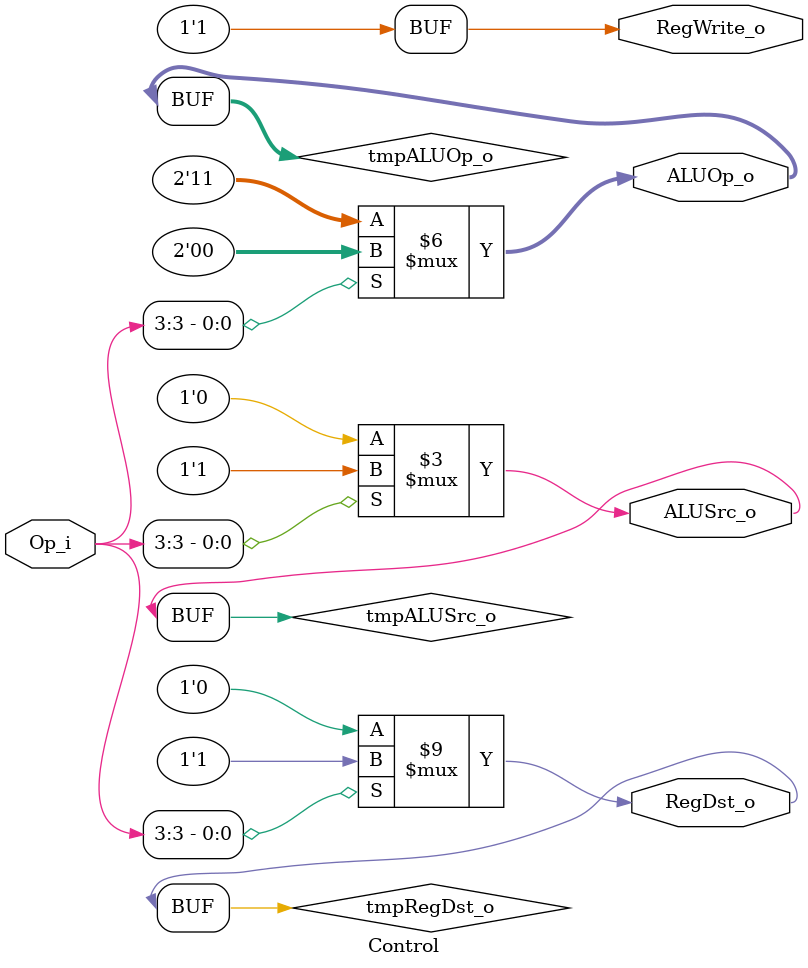
<source format=v>
module Control(
	Op_i,		// inst[31:26]
	RegDst_o,	// MUX_RegDst.select_i
	ALUOp_o,	// ALU_Control.ALUOp_i
	ALUSrc_o,	// MUX_ALUSrc.select_i
	RegWrite_o	// Registers.RegWrite_i
);

input	[5:0]	Op_i;
output		RegDst_o;
output	[1:0]	ALUOp_o;
output		ALUSrc_o;
output		RegWrite_o;

reg		tmpRegDst_o;
reg	[1:0]	tmpALUOp_o;
reg		tmpALUSrc_o;

assign	RegDst_o = tmpRegDst_o;
assign	ALUOp_o = tmpALUOp_o;
assign	ALUSrc_o = tmpALUSrc_o;
assign	RegWrite_o = 1'd1;

always@(*) begin
	if (Op_i[3]) begin
		tmpRegDst_o = 1'd1;
		tmpALUOp_o = 2'd0;
		tmpALUSrc_o = 1'd1;
	end
	else begin
		tmpRegDst_o = 1'd0;
		tmpALUOp_o = 2'd3;
		tmpALUSrc_o = 1'd0;
	end
end

endmodule

</source>
